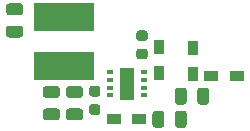
<source format=gtp>
G04 #@! TF.GenerationSoftware,KiCad,Pcbnew,(5.1.6-0-10_14)*
G04 #@! TF.CreationDate,2021-08-26T03:19:47+09:00*
G04 #@! TF.ProjectId,5v,35762e6b-6963-4616-945f-706362585858,rev?*
G04 #@! TF.SameCoordinates,Original*
G04 #@! TF.FileFunction,Paste,Top*
G04 #@! TF.FilePolarity,Positive*
%FSLAX46Y46*%
G04 Gerber Fmt 4.6, Leading zero omitted, Abs format (unit mm)*
G04 Created by KiCad (PCBNEW (5.1.6-0-10_14)) date 2021-08-26 03:19:47*
%MOMM*%
%LPD*%
G01*
G04 APERTURE LIST*
%ADD10R,5.100000X2.350000*%
%ADD11R,0.900000X1.200000*%
%ADD12R,1.200000X0.900000*%
%ADD13R,0.500000X0.400000*%
%ADD14R,1.250000X2.700000*%
G04 APERTURE END LIST*
G04 #@! TO.C,C1*
G36*
G01*
X134070000Y-90395000D02*
X134070000Y-91345000D01*
G75*
G02*
X133820000Y-91595000I-250000J0D01*
G01*
X133320000Y-91595000D01*
G75*
G02*
X133070000Y-91345000I0J250000D01*
G01*
X133070000Y-90395000D01*
G75*
G02*
X133320000Y-90145000I250000J0D01*
G01*
X133820000Y-90145000D01*
G75*
G02*
X134070000Y-90395000I0J-250000D01*
G01*
G37*
G36*
G01*
X135970000Y-90395000D02*
X135970000Y-91345000D01*
G75*
G02*
X135720000Y-91595000I-250000J0D01*
G01*
X135220000Y-91595000D01*
G75*
G02*
X134970000Y-91345000I0J250000D01*
G01*
X134970000Y-90395000D01*
G75*
G02*
X135220000Y-90145000I250000J0D01*
G01*
X135720000Y-90145000D01*
G75*
G02*
X135970000Y-90395000I0J-250000D01*
G01*
G37*
G04 #@! TD*
G04 #@! TO.C,CIN1*
G36*
G01*
X123095000Y-91010000D02*
X122145000Y-91010000D01*
G75*
G02*
X121895000Y-90760000I0J250000D01*
G01*
X121895000Y-90260000D01*
G75*
G02*
X122145000Y-90010000I250000J0D01*
G01*
X123095000Y-90010000D01*
G75*
G02*
X123345000Y-90260000I0J-250000D01*
G01*
X123345000Y-90760000D01*
G75*
G02*
X123095000Y-91010000I-250000J0D01*
G01*
G37*
G36*
G01*
X123095000Y-92910000D02*
X122145000Y-92910000D01*
G75*
G02*
X121895000Y-92660000I0J250000D01*
G01*
X121895000Y-92160000D01*
G75*
G02*
X122145000Y-91910000I250000J0D01*
G01*
X123095000Y-91910000D01*
G75*
G02*
X123345000Y-92160000I0J-250000D01*
G01*
X123345000Y-92660000D01*
G75*
G02*
X123095000Y-92910000I-250000J0D01*
G01*
G37*
G04 #@! TD*
G04 #@! TO.C,CIN2*
G36*
G01*
X125055000Y-91010000D02*
X124105000Y-91010000D01*
G75*
G02*
X123855000Y-90760000I0J250000D01*
G01*
X123855000Y-90260000D01*
G75*
G02*
X124105000Y-90010000I250000J0D01*
G01*
X125055000Y-90010000D01*
G75*
G02*
X125305000Y-90260000I0J-250000D01*
G01*
X125305000Y-90760000D01*
G75*
G02*
X125055000Y-91010000I-250000J0D01*
G01*
G37*
G36*
G01*
X125055000Y-92910000D02*
X124105000Y-92910000D01*
G75*
G02*
X123855000Y-92660000I0J250000D01*
G01*
X123855000Y-92160000D01*
G75*
G02*
X124105000Y-91910000I250000J0D01*
G01*
X125055000Y-91910000D01*
G75*
G02*
X125305000Y-92160000I0J-250000D01*
G01*
X125305000Y-92660000D01*
G75*
G02*
X125055000Y-92910000I-250000J0D01*
G01*
G37*
G04 #@! TD*
G04 #@! TO.C,CIN3*
G36*
G01*
X126540000Y-90905000D02*
X126040000Y-90905000D01*
G75*
G02*
X125815000Y-90680000I0J225000D01*
G01*
X125815000Y-90230000D01*
G75*
G02*
X126040000Y-90005000I225000J0D01*
G01*
X126540000Y-90005000D01*
G75*
G02*
X126765000Y-90230000I0J-225000D01*
G01*
X126765000Y-90680000D01*
G75*
G02*
X126540000Y-90905000I-225000J0D01*
G01*
G37*
G36*
G01*
X126540000Y-92455000D02*
X126040000Y-92455000D01*
G75*
G02*
X125815000Y-92230000I0J225000D01*
G01*
X125815000Y-91780000D01*
G75*
G02*
X126040000Y-91555000I225000J0D01*
G01*
X126540000Y-91555000D01*
G75*
G02*
X126765000Y-91780000I0J-225000D01*
G01*
X126765000Y-92230000D01*
G75*
G02*
X126540000Y-92455000I-225000J0D01*
G01*
G37*
G04 #@! TD*
G04 #@! TO.C,C2*
G36*
G01*
X119975000Y-84010000D02*
X119025000Y-84010000D01*
G75*
G02*
X118775000Y-83760000I0J250000D01*
G01*
X118775000Y-83260000D01*
G75*
G02*
X119025000Y-83010000I250000J0D01*
G01*
X119975000Y-83010000D01*
G75*
G02*
X120225000Y-83260000I0J-250000D01*
G01*
X120225000Y-83760000D01*
G75*
G02*
X119975000Y-84010000I-250000J0D01*
G01*
G37*
G36*
G01*
X119975000Y-85910000D02*
X119025000Y-85910000D01*
G75*
G02*
X118775000Y-85660000I0J250000D01*
G01*
X118775000Y-85160000D01*
G75*
G02*
X119025000Y-84910000I250000J0D01*
G01*
X119975000Y-84910000D01*
G75*
G02*
X120225000Y-85160000I0J-250000D01*
G01*
X120225000Y-85660000D01*
G75*
G02*
X119975000Y-85910000I-250000J0D01*
G01*
G37*
G04 #@! TD*
G04 #@! TO.C,CBST1*
G36*
G01*
X130040000Y-86855000D02*
X130540000Y-86855000D01*
G75*
G02*
X130765000Y-87080000I0J-225000D01*
G01*
X130765000Y-87530000D01*
G75*
G02*
X130540000Y-87755000I-225000J0D01*
G01*
X130040000Y-87755000D01*
G75*
G02*
X129815000Y-87530000I0J225000D01*
G01*
X129815000Y-87080000D01*
G75*
G02*
X130040000Y-86855000I225000J0D01*
G01*
G37*
G36*
G01*
X130040000Y-85305000D02*
X130540000Y-85305000D01*
G75*
G02*
X130765000Y-85530000I0J-225000D01*
G01*
X130765000Y-85980000D01*
G75*
G02*
X130540000Y-86205000I-225000J0D01*
G01*
X130040000Y-86205000D01*
G75*
G02*
X129815000Y-85980000I0J225000D01*
G01*
X129815000Y-85530000D01*
G75*
G02*
X130040000Y-85305000I225000J0D01*
G01*
G37*
G04 #@! TD*
G04 #@! TO.C,CC1*
G36*
G01*
X132180000Y-92355000D02*
X132180000Y-93305000D01*
G75*
G02*
X131930000Y-93555000I-250000J0D01*
G01*
X131430000Y-93555000D01*
G75*
G02*
X131180000Y-93305000I0J250000D01*
G01*
X131180000Y-92355000D01*
G75*
G02*
X131430000Y-92105000I250000J0D01*
G01*
X131930000Y-92105000D01*
G75*
G02*
X132180000Y-92355000I0J-250000D01*
G01*
G37*
G36*
G01*
X134080000Y-92355000D02*
X134080000Y-93305000D01*
G75*
G02*
X133830000Y-93555000I-250000J0D01*
G01*
X133330000Y-93555000D01*
G75*
G02*
X133080000Y-93305000I0J250000D01*
G01*
X133080000Y-92355000D01*
G75*
G02*
X133330000Y-92105000I250000J0D01*
G01*
X133830000Y-92105000D01*
G75*
G02*
X134080000Y-92355000I0J-250000D01*
G01*
G37*
G04 #@! TD*
D10*
G04 #@! TO.C,L1*
X123720000Y-88325000D03*
X123720000Y-84175000D03*
G04 #@! TD*
D11*
G04 #@! TO.C,R1*
X134600000Y-89030000D03*
X134600000Y-86830000D03*
G04 #@! TD*
D12*
G04 #@! TO.C,R2*
X136170000Y-89170000D03*
X138370000Y-89170000D03*
G04 #@! TD*
D11*
G04 #@! TO.C,R3*
X131720000Y-88930000D03*
X131720000Y-86730000D03*
G04 #@! TD*
D12*
G04 #@! TO.C,RC1*
X130080000Y-92840000D03*
X127880000Y-92840000D03*
G04 #@! TD*
D13*
G04 #@! TO.C,U1*
X127620000Y-88845000D03*
X127620000Y-89495000D03*
X127620000Y-90145000D03*
X127620000Y-90795000D03*
X130420000Y-90795000D03*
X130420000Y-90145000D03*
X130420000Y-89495000D03*
X130420000Y-88845000D03*
D14*
X129020000Y-89820000D03*
G04 #@! TD*
M02*

</source>
